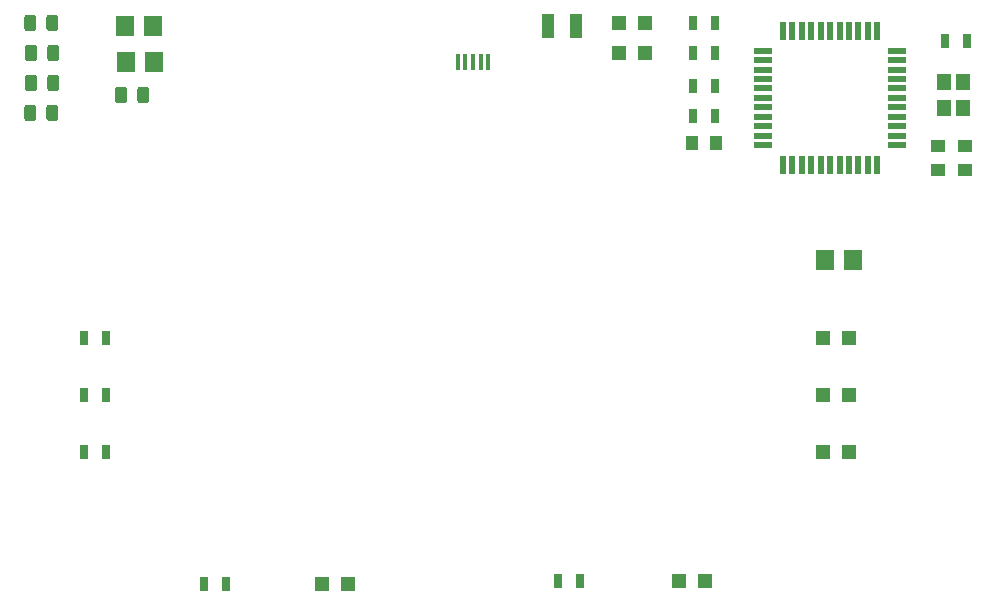
<source format=gbr>
G04 #@! TF.GenerationSoftware,KiCad,Pcbnew,(5.0.1-3-g963ef8bb5)*
G04 #@! TF.CreationDate,2018-12-07T14:13:47+00:00*
G04 #@! TF.ProjectId,invitation,696E7669746174696F6E2E6B69636164,rev?*
G04 #@! TF.SameCoordinates,Original*
G04 #@! TF.FileFunction,Paste,Bot*
G04 #@! TF.FilePolarity,Positive*
%FSLAX46Y46*%
G04 Gerber Fmt 4.6, Leading zero omitted, Abs format (unit mm)*
G04 Created by KiCad (PCBNEW (5.0.1-3-g963ef8bb5)) date Friday, 07 December 2018 at 14:13:47*
%MOMM*%
%LPD*%
G01*
G04 APERTURE LIST*
%ADD10R,0.400000X1.350000*%
%ADD11R,1.500000X0.550000*%
%ADD12R,0.550000X1.500000*%
%ADD13R,1.140000X2.030000*%
%ADD14R,1.200000X1.400000*%
%ADD15R,1.200000X1.200000*%
%ADD16R,0.700000X1.300000*%
%ADD17R,1.250000X1.000000*%
%ADD18R,1.000000X1.250000*%
%ADD19R,1.550000X1.800000*%
%ADD20C,0.100000*%
%ADD21C,0.975000*%
G04 APERTURE END LIST*
D10*
G04 #@! TO.C,P1*
X161005100Y-77000540D03*
X161655100Y-77000540D03*
X162305100Y-77000540D03*
X162955100Y-77000540D03*
X163605100Y-77000540D03*
G04 #@! TD*
D11*
G04 #@! TO.C,U1*
X186832000Y-84010000D03*
X186832000Y-83210000D03*
X186832000Y-82410000D03*
X186832000Y-81610000D03*
X186832000Y-80810000D03*
X186832000Y-80010000D03*
X186832000Y-79210000D03*
X186832000Y-78410000D03*
X186832000Y-77610000D03*
X186832000Y-76810000D03*
X186832000Y-76010000D03*
D12*
X188532000Y-74310000D03*
X189332000Y-74310000D03*
X190132000Y-74310000D03*
X190932000Y-74310000D03*
X191732000Y-74310000D03*
X192532000Y-74310000D03*
X193332000Y-74310000D03*
X194132000Y-74310000D03*
X194932000Y-74310000D03*
X195732000Y-74310000D03*
X196532000Y-74310000D03*
D11*
X198232000Y-76010000D03*
X198232000Y-76810000D03*
X198232000Y-77610000D03*
X198232000Y-78410000D03*
X198232000Y-79210000D03*
X198232000Y-80010000D03*
X198232000Y-80810000D03*
X198232000Y-81610000D03*
X198232000Y-82410000D03*
X198232000Y-83210000D03*
X198232000Y-84010000D03*
D12*
X196532000Y-85710000D03*
X195732000Y-85710000D03*
X194932000Y-85710000D03*
X194132000Y-85710000D03*
X193332000Y-85710000D03*
X192532000Y-85710000D03*
X191732000Y-85710000D03*
X190932000Y-85710000D03*
X190132000Y-85710000D03*
X189332000Y-85710000D03*
X188532000Y-85710000D03*
G04 #@! TD*
D13*
G04 #@! TO.C,F1*
X168656000Y-73914000D03*
X171056000Y-73914000D03*
G04 #@! TD*
D14*
G04 #@! TO.C,Y1*
X202146000Y-80856000D03*
X202146000Y-78656000D03*
X203746000Y-80856000D03*
X203746000Y-78656000D03*
G04 #@! TD*
D15*
G04 #@! TO.C,D1*
X194140000Y-100330000D03*
X191940000Y-100330000D03*
G04 #@! TD*
G04 #@! TO.C,D2*
X194140000Y-105156000D03*
X191940000Y-105156000D03*
G04 #@! TD*
G04 #@! TO.C,D3*
X194140000Y-109982000D03*
X191940000Y-109982000D03*
G04 #@! TD*
G04 #@! TO.C,D4*
X181948000Y-120904000D03*
X179748000Y-120904000D03*
G04 #@! TD*
G04 #@! TO.C,D5*
X151722000Y-121158000D03*
X149522000Y-121158000D03*
G04 #@! TD*
D16*
G04 #@! TO.C,R1*
X131252000Y-100330000D03*
X129352000Y-100330000D03*
G04 #@! TD*
G04 #@! TO.C,R2*
X131252000Y-105156000D03*
X129352000Y-105156000D03*
G04 #@! TD*
G04 #@! TO.C,R3*
X131252000Y-109982000D03*
X129352000Y-109982000D03*
G04 #@! TD*
G04 #@! TO.C,R4*
X171384000Y-120904000D03*
X169484000Y-120904000D03*
G04 #@! TD*
G04 #@! TO.C,R5*
X141412000Y-121158000D03*
X139512000Y-121158000D03*
G04 #@! TD*
G04 #@! TO.C,R8*
X182814000Y-78994000D03*
X180914000Y-78994000D03*
G04 #@! TD*
G04 #@! TO.C,R9*
X182814000Y-81534000D03*
X180914000Y-81534000D03*
G04 #@! TD*
G04 #@! TO.C,R10*
X202250000Y-75184000D03*
X204150000Y-75184000D03*
G04 #@! TD*
D17*
G04 #@! TO.C,C1*
X203962000Y-84090000D03*
X203962000Y-86090000D03*
G04 #@! TD*
G04 #@! TO.C,C2*
X201676000Y-84090000D03*
X201676000Y-86090000D03*
G04 #@! TD*
D18*
G04 #@! TO.C,C3*
X182864000Y-83820000D03*
X180864000Y-83820000D03*
G04 #@! TD*
D19*
G04 #@! TO.C,C4*
X135192000Y-73914000D03*
X132842000Y-73914000D03*
G04 #@! TD*
G04 #@! TO.C,C5*
X135287000Y-76962000D03*
X132937000Y-76962000D03*
G04 #@! TD*
G04 #@! TO.C,C0*
X192119000Y-93726000D03*
X194469000Y-93726000D03*
G04 #@! TD*
D15*
G04 #@! TO.C,D6*
X174668000Y-73660000D03*
X176868000Y-73660000D03*
G04 #@! TD*
G04 #@! TO.C,D7*
X174668000Y-76200000D03*
X176868000Y-76200000D03*
G04 #@! TD*
D16*
G04 #@! TO.C,R6*
X182814000Y-73660000D03*
X180914000Y-73660000D03*
G04 #@! TD*
G04 #@! TO.C,R7*
X182814000Y-76200000D03*
X180914000Y-76200000D03*
G04 #@! TD*
D20*
G04 #@! TO.C,R11*
G36*
X134633642Y-79057174D02*
X134657303Y-79060684D01*
X134680507Y-79066496D01*
X134703029Y-79074554D01*
X134724653Y-79084782D01*
X134745170Y-79097079D01*
X134764383Y-79111329D01*
X134782107Y-79127393D01*
X134798171Y-79145117D01*
X134812421Y-79164330D01*
X134824718Y-79184847D01*
X134834946Y-79206471D01*
X134843004Y-79228993D01*
X134848816Y-79252197D01*
X134852326Y-79275858D01*
X134853500Y-79299750D01*
X134853500Y-80212250D01*
X134852326Y-80236142D01*
X134848816Y-80259803D01*
X134843004Y-80283007D01*
X134834946Y-80305529D01*
X134824718Y-80327153D01*
X134812421Y-80347670D01*
X134798171Y-80366883D01*
X134782107Y-80384607D01*
X134764383Y-80400671D01*
X134745170Y-80414921D01*
X134724653Y-80427218D01*
X134703029Y-80437446D01*
X134680507Y-80445504D01*
X134657303Y-80451316D01*
X134633642Y-80454826D01*
X134609750Y-80456000D01*
X134122250Y-80456000D01*
X134098358Y-80454826D01*
X134074697Y-80451316D01*
X134051493Y-80445504D01*
X134028971Y-80437446D01*
X134007347Y-80427218D01*
X133986830Y-80414921D01*
X133967617Y-80400671D01*
X133949893Y-80384607D01*
X133933829Y-80366883D01*
X133919579Y-80347670D01*
X133907282Y-80327153D01*
X133897054Y-80305529D01*
X133888996Y-80283007D01*
X133883184Y-80259803D01*
X133879674Y-80236142D01*
X133878500Y-80212250D01*
X133878500Y-79299750D01*
X133879674Y-79275858D01*
X133883184Y-79252197D01*
X133888996Y-79228993D01*
X133897054Y-79206471D01*
X133907282Y-79184847D01*
X133919579Y-79164330D01*
X133933829Y-79145117D01*
X133949893Y-79127393D01*
X133967617Y-79111329D01*
X133986830Y-79097079D01*
X134007347Y-79084782D01*
X134028971Y-79074554D01*
X134051493Y-79066496D01*
X134074697Y-79060684D01*
X134098358Y-79057174D01*
X134122250Y-79056000D01*
X134609750Y-79056000D01*
X134633642Y-79057174D01*
X134633642Y-79057174D01*
G37*
D21*
X134366000Y-79756000D03*
D20*
G36*
X132758642Y-79057174D02*
X132782303Y-79060684D01*
X132805507Y-79066496D01*
X132828029Y-79074554D01*
X132849653Y-79084782D01*
X132870170Y-79097079D01*
X132889383Y-79111329D01*
X132907107Y-79127393D01*
X132923171Y-79145117D01*
X132937421Y-79164330D01*
X132949718Y-79184847D01*
X132959946Y-79206471D01*
X132968004Y-79228993D01*
X132973816Y-79252197D01*
X132977326Y-79275858D01*
X132978500Y-79299750D01*
X132978500Y-80212250D01*
X132977326Y-80236142D01*
X132973816Y-80259803D01*
X132968004Y-80283007D01*
X132959946Y-80305529D01*
X132949718Y-80327153D01*
X132937421Y-80347670D01*
X132923171Y-80366883D01*
X132907107Y-80384607D01*
X132889383Y-80400671D01*
X132870170Y-80414921D01*
X132849653Y-80427218D01*
X132828029Y-80437446D01*
X132805507Y-80445504D01*
X132782303Y-80451316D01*
X132758642Y-80454826D01*
X132734750Y-80456000D01*
X132247250Y-80456000D01*
X132223358Y-80454826D01*
X132199697Y-80451316D01*
X132176493Y-80445504D01*
X132153971Y-80437446D01*
X132132347Y-80427218D01*
X132111830Y-80414921D01*
X132092617Y-80400671D01*
X132074893Y-80384607D01*
X132058829Y-80366883D01*
X132044579Y-80347670D01*
X132032282Y-80327153D01*
X132022054Y-80305529D01*
X132013996Y-80283007D01*
X132008184Y-80259803D01*
X132004674Y-80236142D01*
X132003500Y-80212250D01*
X132003500Y-79299750D01*
X132004674Y-79275858D01*
X132008184Y-79252197D01*
X132013996Y-79228993D01*
X132022054Y-79206471D01*
X132032282Y-79184847D01*
X132044579Y-79164330D01*
X132058829Y-79145117D01*
X132074893Y-79127393D01*
X132092617Y-79111329D01*
X132111830Y-79097079D01*
X132132347Y-79084782D01*
X132153971Y-79074554D01*
X132176493Y-79066496D01*
X132199697Y-79060684D01*
X132223358Y-79057174D01*
X132247250Y-79056000D01*
X132734750Y-79056000D01*
X132758642Y-79057174D01*
X132758642Y-79057174D01*
G37*
D21*
X132491000Y-79756000D03*
G04 #@! TD*
D20*
G04 #@! TO.C,R12*
G36*
X125060142Y-72961174D02*
X125083803Y-72964684D01*
X125107007Y-72970496D01*
X125129529Y-72978554D01*
X125151153Y-72988782D01*
X125171670Y-73001079D01*
X125190883Y-73015329D01*
X125208607Y-73031393D01*
X125224671Y-73049117D01*
X125238921Y-73068330D01*
X125251218Y-73088847D01*
X125261446Y-73110471D01*
X125269504Y-73132993D01*
X125275316Y-73156197D01*
X125278826Y-73179858D01*
X125280000Y-73203750D01*
X125280000Y-74116250D01*
X125278826Y-74140142D01*
X125275316Y-74163803D01*
X125269504Y-74187007D01*
X125261446Y-74209529D01*
X125251218Y-74231153D01*
X125238921Y-74251670D01*
X125224671Y-74270883D01*
X125208607Y-74288607D01*
X125190883Y-74304671D01*
X125171670Y-74318921D01*
X125151153Y-74331218D01*
X125129529Y-74341446D01*
X125107007Y-74349504D01*
X125083803Y-74355316D01*
X125060142Y-74358826D01*
X125036250Y-74360000D01*
X124548750Y-74360000D01*
X124524858Y-74358826D01*
X124501197Y-74355316D01*
X124477993Y-74349504D01*
X124455471Y-74341446D01*
X124433847Y-74331218D01*
X124413330Y-74318921D01*
X124394117Y-74304671D01*
X124376393Y-74288607D01*
X124360329Y-74270883D01*
X124346079Y-74251670D01*
X124333782Y-74231153D01*
X124323554Y-74209529D01*
X124315496Y-74187007D01*
X124309684Y-74163803D01*
X124306174Y-74140142D01*
X124305000Y-74116250D01*
X124305000Y-73203750D01*
X124306174Y-73179858D01*
X124309684Y-73156197D01*
X124315496Y-73132993D01*
X124323554Y-73110471D01*
X124333782Y-73088847D01*
X124346079Y-73068330D01*
X124360329Y-73049117D01*
X124376393Y-73031393D01*
X124394117Y-73015329D01*
X124413330Y-73001079D01*
X124433847Y-72988782D01*
X124455471Y-72978554D01*
X124477993Y-72970496D01*
X124501197Y-72964684D01*
X124524858Y-72961174D01*
X124548750Y-72960000D01*
X125036250Y-72960000D01*
X125060142Y-72961174D01*
X125060142Y-72961174D01*
G37*
D21*
X124792500Y-73660000D03*
D20*
G36*
X126935142Y-72961174D02*
X126958803Y-72964684D01*
X126982007Y-72970496D01*
X127004529Y-72978554D01*
X127026153Y-72988782D01*
X127046670Y-73001079D01*
X127065883Y-73015329D01*
X127083607Y-73031393D01*
X127099671Y-73049117D01*
X127113921Y-73068330D01*
X127126218Y-73088847D01*
X127136446Y-73110471D01*
X127144504Y-73132993D01*
X127150316Y-73156197D01*
X127153826Y-73179858D01*
X127155000Y-73203750D01*
X127155000Y-74116250D01*
X127153826Y-74140142D01*
X127150316Y-74163803D01*
X127144504Y-74187007D01*
X127136446Y-74209529D01*
X127126218Y-74231153D01*
X127113921Y-74251670D01*
X127099671Y-74270883D01*
X127083607Y-74288607D01*
X127065883Y-74304671D01*
X127046670Y-74318921D01*
X127026153Y-74331218D01*
X127004529Y-74341446D01*
X126982007Y-74349504D01*
X126958803Y-74355316D01*
X126935142Y-74358826D01*
X126911250Y-74360000D01*
X126423750Y-74360000D01*
X126399858Y-74358826D01*
X126376197Y-74355316D01*
X126352993Y-74349504D01*
X126330471Y-74341446D01*
X126308847Y-74331218D01*
X126288330Y-74318921D01*
X126269117Y-74304671D01*
X126251393Y-74288607D01*
X126235329Y-74270883D01*
X126221079Y-74251670D01*
X126208782Y-74231153D01*
X126198554Y-74209529D01*
X126190496Y-74187007D01*
X126184684Y-74163803D01*
X126181174Y-74140142D01*
X126180000Y-74116250D01*
X126180000Y-73203750D01*
X126181174Y-73179858D01*
X126184684Y-73156197D01*
X126190496Y-73132993D01*
X126198554Y-73110471D01*
X126208782Y-73088847D01*
X126221079Y-73068330D01*
X126235329Y-73049117D01*
X126251393Y-73031393D01*
X126269117Y-73015329D01*
X126288330Y-73001079D01*
X126308847Y-72988782D01*
X126330471Y-72978554D01*
X126352993Y-72970496D01*
X126376197Y-72964684D01*
X126399858Y-72961174D01*
X126423750Y-72960000D01*
X126911250Y-72960000D01*
X126935142Y-72961174D01*
X126935142Y-72961174D01*
G37*
D21*
X126667500Y-73660000D03*
G04 #@! TD*
D20*
G04 #@! TO.C,R13*
G36*
X127013642Y-75501174D02*
X127037303Y-75504684D01*
X127060507Y-75510496D01*
X127083029Y-75518554D01*
X127104653Y-75528782D01*
X127125170Y-75541079D01*
X127144383Y-75555329D01*
X127162107Y-75571393D01*
X127178171Y-75589117D01*
X127192421Y-75608330D01*
X127204718Y-75628847D01*
X127214946Y-75650471D01*
X127223004Y-75672993D01*
X127228816Y-75696197D01*
X127232326Y-75719858D01*
X127233500Y-75743750D01*
X127233500Y-76656250D01*
X127232326Y-76680142D01*
X127228816Y-76703803D01*
X127223004Y-76727007D01*
X127214946Y-76749529D01*
X127204718Y-76771153D01*
X127192421Y-76791670D01*
X127178171Y-76810883D01*
X127162107Y-76828607D01*
X127144383Y-76844671D01*
X127125170Y-76858921D01*
X127104653Y-76871218D01*
X127083029Y-76881446D01*
X127060507Y-76889504D01*
X127037303Y-76895316D01*
X127013642Y-76898826D01*
X126989750Y-76900000D01*
X126502250Y-76900000D01*
X126478358Y-76898826D01*
X126454697Y-76895316D01*
X126431493Y-76889504D01*
X126408971Y-76881446D01*
X126387347Y-76871218D01*
X126366830Y-76858921D01*
X126347617Y-76844671D01*
X126329893Y-76828607D01*
X126313829Y-76810883D01*
X126299579Y-76791670D01*
X126287282Y-76771153D01*
X126277054Y-76749529D01*
X126268996Y-76727007D01*
X126263184Y-76703803D01*
X126259674Y-76680142D01*
X126258500Y-76656250D01*
X126258500Y-75743750D01*
X126259674Y-75719858D01*
X126263184Y-75696197D01*
X126268996Y-75672993D01*
X126277054Y-75650471D01*
X126287282Y-75628847D01*
X126299579Y-75608330D01*
X126313829Y-75589117D01*
X126329893Y-75571393D01*
X126347617Y-75555329D01*
X126366830Y-75541079D01*
X126387347Y-75528782D01*
X126408971Y-75518554D01*
X126431493Y-75510496D01*
X126454697Y-75504684D01*
X126478358Y-75501174D01*
X126502250Y-75500000D01*
X126989750Y-75500000D01*
X127013642Y-75501174D01*
X127013642Y-75501174D01*
G37*
D21*
X126746000Y-76200000D03*
D20*
G36*
X125138642Y-75501174D02*
X125162303Y-75504684D01*
X125185507Y-75510496D01*
X125208029Y-75518554D01*
X125229653Y-75528782D01*
X125250170Y-75541079D01*
X125269383Y-75555329D01*
X125287107Y-75571393D01*
X125303171Y-75589117D01*
X125317421Y-75608330D01*
X125329718Y-75628847D01*
X125339946Y-75650471D01*
X125348004Y-75672993D01*
X125353816Y-75696197D01*
X125357326Y-75719858D01*
X125358500Y-75743750D01*
X125358500Y-76656250D01*
X125357326Y-76680142D01*
X125353816Y-76703803D01*
X125348004Y-76727007D01*
X125339946Y-76749529D01*
X125329718Y-76771153D01*
X125317421Y-76791670D01*
X125303171Y-76810883D01*
X125287107Y-76828607D01*
X125269383Y-76844671D01*
X125250170Y-76858921D01*
X125229653Y-76871218D01*
X125208029Y-76881446D01*
X125185507Y-76889504D01*
X125162303Y-76895316D01*
X125138642Y-76898826D01*
X125114750Y-76900000D01*
X124627250Y-76900000D01*
X124603358Y-76898826D01*
X124579697Y-76895316D01*
X124556493Y-76889504D01*
X124533971Y-76881446D01*
X124512347Y-76871218D01*
X124491830Y-76858921D01*
X124472617Y-76844671D01*
X124454893Y-76828607D01*
X124438829Y-76810883D01*
X124424579Y-76791670D01*
X124412282Y-76771153D01*
X124402054Y-76749529D01*
X124393996Y-76727007D01*
X124388184Y-76703803D01*
X124384674Y-76680142D01*
X124383500Y-76656250D01*
X124383500Y-75743750D01*
X124384674Y-75719858D01*
X124388184Y-75696197D01*
X124393996Y-75672993D01*
X124402054Y-75650471D01*
X124412282Y-75628847D01*
X124424579Y-75608330D01*
X124438829Y-75589117D01*
X124454893Y-75571393D01*
X124472617Y-75555329D01*
X124491830Y-75541079D01*
X124512347Y-75528782D01*
X124533971Y-75518554D01*
X124556493Y-75510496D01*
X124579697Y-75504684D01*
X124603358Y-75501174D01*
X124627250Y-75500000D01*
X125114750Y-75500000D01*
X125138642Y-75501174D01*
X125138642Y-75501174D01*
G37*
D21*
X124871000Y-76200000D03*
G04 #@! TD*
D20*
G04 #@! TO.C,R14*
G36*
X125138642Y-78041174D02*
X125162303Y-78044684D01*
X125185507Y-78050496D01*
X125208029Y-78058554D01*
X125229653Y-78068782D01*
X125250170Y-78081079D01*
X125269383Y-78095329D01*
X125287107Y-78111393D01*
X125303171Y-78129117D01*
X125317421Y-78148330D01*
X125329718Y-78168847D01*
X125339946Y-78190471D01*
X125348004Y-78212993D01*
X125353816Y-78236197D01*
X125357326Y-78259858D01*
X125358500Y-78283750D01*
X125358500Y-79196250D01*
X125357326Y-79220142D01*
X125353816Y-79243803D01*
X125348004Y-79267007D01*
X125339946Y-79289529D01*
X125329718Y-79311153D01*
X125317421Y-79331670D01*
X125303171Y-79350883D01*
X125287107Y-79368607D01*
X125269383Y-79384671D01*
X125250170Y-79398921D01*
X125229653Y-79411218D01*
X125208029Y-79421446D01*
X125185507Y-79429504D01*
X125162303Y-79435316D01*
X125138642Y-79438826D01*
X125114750Y-79440000D01*
X124627250Y-79440000D01*
X124603358Y-79438826D01*
X124579697Y-79435316D01*
X124556493Y-79429504D01*
X124533971Y-79421446D01*
X124512347Y-79411218D01*
X124491830Y-79398921D01*
X124472617Y-79384671D01*
X124454893Y-79368607D01*
X124438829Y-79350883D01*
X124424579Y-79331670D01*
X124412282Y-79311153D01*
X124402054Y-79289529D01*
X124393996Y-79267007D01*
X124388184Y-79243803D01*
X124384674Y-79220142D01*
X124383500Y-79196250D01*
X124383500Y-78283750D01*
X124384674Y-78259858D01*
X124388184Y-78236197D01*
X124393996Y-78212993D01*
X124402054Y-78190471D01*
X124412282Y-78168847D01*
X124424579Y-78148330D01*
X124438829Y-78129117D01*
X124454893Y-78111393D01*
X124472617Y-78095329D01*
X124491830Y-78081079D01*
X124512347Y-78068782D01*
X124533971Y-78058554D01*
X124556493Y-78050496D01*
X124579697Y-78044684D01*
X124603358Y-78041174D01*
X124627250Y-78040000D01*
X125114750Y-78040000D01*
X125138642Y-78041174D01*
X125138642Y-78041174D01*
G37*
D21*
X124871000Y-78740000D03*
D20*
G36*
X127013642Y-78041174D02*
X127037303Y-78044684D01*
X127060507Y-78050496D01*
X127083029Y-78058554D01*
X127104653Y-78068782D01*
X127125170Y-78081079D01*
X127144383Y-78095329D01*
X127162107Y-78111393D01*
X127178171Y-78129117D01*
X127192421Y-78148330D01*
X127204718Y-78168847D01*
X127214946Y-78190471D01*
X127223004Y-78212993D01*
X127228816Y-78236197D01*
X127232326Y-78259858D01*
X127233500Y-78283750D01*
X127233500Y-79196250D01*
X127232326Y-79220142D01*
X127228816Y-79243803D01*
X127223004Y-79267007D01*
X127214946Y-79289529D01*
X127204718Y-79311153D01*
X127192421Y-79331670D01*
X127178171Y-79350883D01*
X127162107Y-79368607D01*
X127144383Y-79384671D01*
X127125170Y-79398921D01*
X127104653Y-79411218D01*
X127083029Y-79421446D01*
X127060507Y-79429504D01*
X127037303Y-79435316D01*
X127013642Y-79438826D01*
X126989750Y-79440000D01*
X126502250Y-79440000D01*
X126478358Y-79438826D01*
X126454697Y-79435316D01*
X126431493Y-79429504D01*
X126408971Y-79421446D01*
X126387347Y-79411218D01*
X126366830Y-79398921D01*
X126347617Y-79384671D01*
X126329893Y-79368607D01*
X126313829Y-79350883D01*
X126299579Y-79331670D01*
X126287282Y-79311153D01*
X126277054Y-79289529D01*
X126268996Y-79267007D01*
X126263184Y-79243803D01*
X126259674Y-79220142D01*
X126258500Y-79196250D01*
X126258500Y-78283750D01*
X126259674Y-78259858D01*
X126263184Y-78236197D01*
X126268996Y-78212993D01*
X126277054Y-78190471D01*
X126287282Y-78168847D01*
X126299579Y-78148330D01*
X126313829Y-78129117D01*
X126329893Y-78111393D01*
X126347617Y-78095329D01*
X126366830Y-78081079D01*
X126387347Y-78068782D01*
X126408971Y-78058554D01*
X126431493Y-78050496D01*
X126454697Y-78044684D01*
X126478358Y-78041174D01*
X126502250Y-78040000D01*
X126989750Y-78040000D01*
X127013642Y-78041174D01*
X127013642Y-78041174D01*
G37*
D21*
X126746000Y-78740000D03*
G04 #@! TD*
D20*
G04 #@! TO.C,R15*
G36*
X126935142Y-80581174D02*
X126958803Y-80584684D01*
X126982007Y-80590496D01*
X127004529Y-80598554D01*
X127026153Y-80608782D01*
X127046670Y-80621079D01*
X127065883Y-80635329D01*
X127083607Y-80651393D01*
X127099671Y-80669117D01*
X127113921Y-80688330D01*
X127126218Y-80708847D01*
X127136446Y-80730471D01*
X127144504Y-80752993D01*
X127150316Y-80776197D01*
X127153826Y-80799858D01*
X127155000Y-80823750D01*
X127155000Y-81736250D01*
X127153826Y-81760142D01*
X127150316Y-81783803D01*
X127144504Y-81807007D01*
X127136446Y-81829529D01*
X127126218Y-81851153D01*
X127113921Y-81871670D01*
X127099671Y-81890883D01*
X127083607Y-81908607D01*
X127065883Y-81924671D01*
X127046670Y-81938921D01*
X127026153Y-81951218D01*
X127004529Y-81961446D01*
X126982007Y-81969504D01*
X126958803Y-81975316D01*
X126935142Y-81978826D01*
X126911250Y-81980000D01*
X126423750Y-81980000D01*
X126399858Y-81978826D01*
X126376197Y-81975316D01*
X126352993Y-81969504D01*
X126330471Y-81961446D01*
X126308847Y-81951218D01*
X126288330Y-81938921D01*
X126269117Y-81924671D01*
X126251393Y-81908607D01*
X126235329Y-81890883D01*
X126221079Y-81871670D01*
X126208782Y-81851153D01*
X126198554Y-81829529D01*
X126190496Y-81807007D01*
X126184684Y-81783803D01*
X126181174Y-81760142D01*
X126180000Y-81736250D01*
X126180000Y-80823750D01*
X126181174Y-80799858D01*
X126184684Y-80776197D01*
X126190496Y-80752993D01*
X126198554Y-80730471D01*
X126208782Y-80708847D01*
X126221079Y-80688330D01*
X126235329Y-80669117D01*
X126251393Y-80651393D01*
X126269117Y-80635329D01*
X126288330Y-80621079D01*
X126308847Y-80608782D01*
X126330471Y-80598554D01*
X126352993Y-80590496D01*
X126376197Y-80584684D01*
X126399858Y-80581174D01*
X126423750Y-80580000D01*
X126911250Y-80580000D01*
X126935142Y-80581174D01*
X126935142Y-80581174D01*
G37*
D21*
X126667500Y-81280000D03*
D20*
G36*
X125060142Y-80581174D02*
X125083803Y-80584684D01*
X125107007Y-80590496D01*
X125129529Y-80598554D01*
X125151153Y-80608782D01*
X125171670Y-80621079D01*
X125190883Y-80635329D01*
X125208607Y-80651393D01*
X125224671Y-80669117D01*
X125238921Y-80688330D01*
X125251218Y-80708847D01*
X125261446Y-80730471D01*
X125269504Y-80752993D01*
X125275316Y-80776197D01*
X125278826Y-80799858D01*
X125280000Y-80823750D01*
X125280000Y-81736250D01*
X125278826Y-81760142D01*
X125275316Y-81783803D01*
X125269504Y-81807007D01*
X125261446Y-81829529D01*
X125251218Y-81851153D01*
X125238921Y-81871670D01*
X125224671Y-81890883D01*
X125208607Y-81908607D01*
X125190883Y-81924671D01*
X125171670Y-81938921D01*
X125151153Y-81951218D01*
X125129529Y-81961446D01*
X125107007Y-81969504D01*
X125083803Y-81975316D01*
X125060142Y-81978826D01*
X125036250Y-81980000D01*
X124548750Y-81980000D01*
X124524858Y-81978826D01*
X124501197Y-81975316D01*
X124477993Y-81969504D01*
X124455471Y-81961446D01*
X124433847Y-81951218D01*
X124413330Y-81938921D01*
X124394117Y-81924671D01*
X124376393Y-81908607D01*
X124360329Y-81890883D01*
X124346079Y-81871670D01*
X124333782Y-81851153D01*
X124323554Y-81829529D01*
X124315496Y-81807007D01*
X124309684Y-81783803D01*
X124306174Y-81760142D01*
X124305000Y-81736250D01*
X124305000Y-80823750D01*
X124306174Y-80799858D01*
X124309684Y-80776197D01*
X124315496Y-80752993D01*
X124323554Y-80730471D01*
X124333782Y-80708847D01*
X124346079Y-80688330D01*
X124360329Y-80669117D01*
X124376393Y-80651393D01*
X124394117Y-80635329D01*
X124413330Y-80621079D01*
X124433847Y-80608782D01*
X124455471Y-80598554D01*
X124477993Y-80590496D01*
X124501197Y-80584684D01*
X124524858Y-80581174D01*
X124548750Y-80580000D01*
X125036250Y-80580000D01*
X125060142Y-80581174D01*
X125060142Y-80581174D01*
G37*
D21*
X124792500Y-81280000D03*
G04 #@! TD*
M02*

</source>
